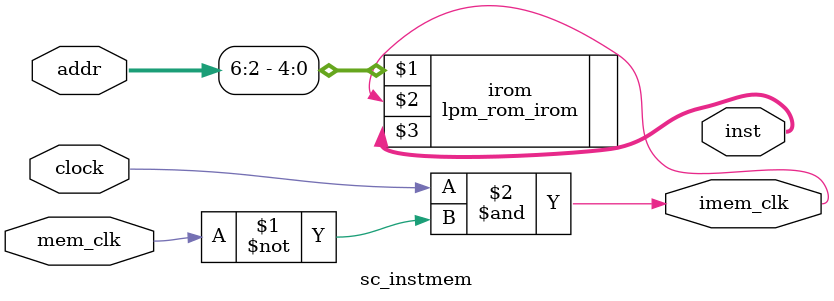
<source format=v>
module sc_instmem (addr,inst,clock,mem_clk,imem_clk);
   input  [31:0] addr;
   input         clock;
   input         mem_clk;
   output [31:0] inst;
   output        imem_clk;
   
   wire          imem_clk;

   assign  imem_clk = clock & ( ~ mem_clk );      
   
   lpm_rom_irom irom (addr[6:2],imem_clk,inst); 
   

endmodule                                                             
</source>
